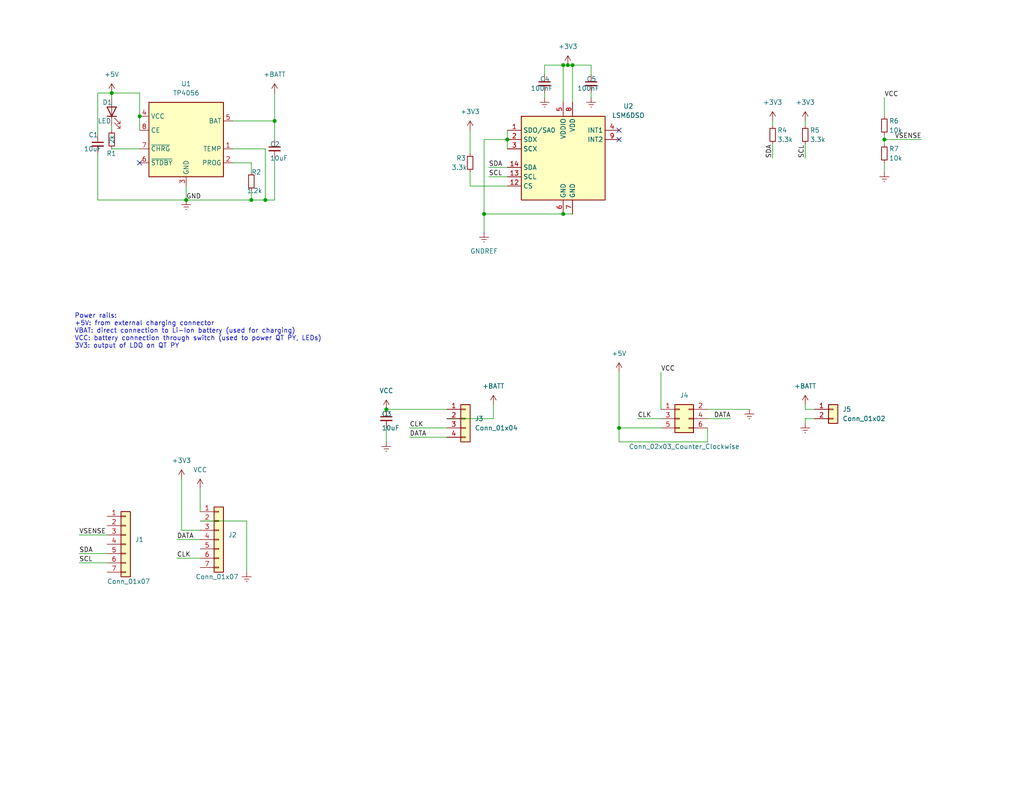
<source format=kicad_sch>
(kicad_sch (version 20211123) (generator eeschema)
  (paper "USLetter")
  (lib_symbols
    (symbol "Connector_Generic:Conn_01x02" (pin_names (offset 1.016) hide)
      (property "Reference" "J" (at 0 2.54 0))
      (property "Value" "Conn_01x02" (at 0 -5.08 0))
      (symbol "Conn_01x02_1_1"
        (rectangle (start -1.27 -2.413) (end 0 -2.667) (stroke (width 0.1524)))
        (rectangle (start -1.27 0.127) (end 0 -0.127) (stroke (width 0.1524)))
        (rectangle (start -1.27 1.27) (end 1.27 -3.81) (stroke (width 0.254)) (fill (type background)))
        (pin passive line (at -5.08 0 0) (length 3.81) (name "Pin_1") (number "1"))
        (pin passive line (at -5.08 -2.54 0) (length 3.81) (name "Pin_2") (number "2"))
      )
    )
    (symbol "Connector_Generic:Conn_01x04" (pin_names (offset 1.016) hide)
      (property "Reference" "J" (at 0 5.08 0))
      (property "Value" "Conn_01x04" (at 0 -7.62 0))
      (symbol "Conn_01x04_1_1"
        (rectangle (start -1.27 -4.953) (end 0 -5.207) (stroke (width 0.1524)))
        (rectangle (start -1.27 -2.413) (end 0 -2.667) (stroke (width 0.1524)))
        (rectangle (start -1.27 0.127) (end 0 -0.127) (stroke (width 0.1524)))
        (rectangle (start -1.27 2.667) (end 0 2.413) (stroke (width 0.1524)))
        (rectangle (start -1.27 3.81) (end 1.27 -6.35) (stroke (width 0.254)) (fill (type background)))
        (pin passive line (at -5.08 2.54 0) (length 3.81) (name "Pin_1") (number "1"))
        (pin passive line (at -5.08 0 0) (length 3.81) (name "Pin_2") (number "2"))
        (pin passive line (at -5.08 -2.54 0) (length 3.81) (name "Pin_3") (number "3"))
        (pin passive line (at -5.08 -5.08 0) (length 3.81) (name "Pin_4") (number "4"))
      )
    )
    (symbol "Connector_Generic:Conn_01x07" (pin_names (offset 1.016) hide)
      (property "Reference" "J" (at 0 10.16 0))
      (property "Value" "Conn_01x07" (at 0 -10.16 0))
      (symbol "Conn_01x07_1_1"
        (rectangle (start -1.27 -7.493) (end 0 -7.747) (stroke (width 0.1524)))
        (rectangle (start -1.27 -4.953) (end 0 -5.207) (stroke (width 0.1524)))
        (rectangle (start -1.27 -2.413) (end 0 -2.667) (stroke (width 0.1524)))
        (rectangle (start -1.27 0.127) (end 0 -0.127) (stroke (width 0.1524)))
        (rectangle (start -1.27 2.667) (end 0 2.413) (stroke (width 0.1524)))
        (rectangle (start -1.27 5.207) (end 0 4.953) (stroke (width 0.1524)))
        (rectangle (start -1.27 7.747) (end 0 7.493) (stroke (width 0.1524)))
        (rectangle (start -1.27 8.89) (end 1.27 -8.89) (stroke (width 0.254)) (fill (type background)))
        (pin passive line (at -5.08 7.62 0) (length 3.81) (name "Pin_1") (number "1"))
        (pin passive line (at -5.08 5.08 0) (length 3.81) (name "Pin_2") (number "2"))
        (pin passive line (at -5.08 2.54 0) (length 3.81) (name "Pin_3") (number "3"))
        (pin passive line (at -5.08 0 0) (length 3.81) (name "Pin_4") (number "4"))
        (pin passive line (at -5.08 -2.54 0) (length 3.81) (name "Pin_5") (number "5"))
        (pin passive line (at -5.08 -5.08 0) (length 3.81) (name "Pin_6") (number "6"))
        (pin passive line (at -5.08 -7.62 0) (length 3.81) (name "Pin_7") (number "7"))
      )
    )
    (symbol "Connector_Generic:Conn_02x03_Odd_Even" (pin_names (offset 1.016) hide)
      (property "Reference" "J" (at 1.27 5.08 0))
      (property "Value" "Conn_02x03_Odd_Even" (at 1.27 -5.08 0))
      (symbol "Conn_02x03_Odd_Even_1_1"
        (rectangle (start -1.27 -2.413) (end 0 -2.667) (stroke (width 0.1524)))
        (rectangle (start -1.27 0.127) (end 0 -0.127) (stroke (width 0.1524)))
        (rectangle (start -1.27 2.667) (end 0 2.413) (stroke (width 0.1524)))
        (rectangle (start -1.27 3.81) (end 3.81 -3.81) (stroke (width 0.254)) (fill (type background)))
        (rectangle (start 3.81 -2.413) (end 2.54 -2.667) (stroke (width 0.1524)))
        (rectangle (start 3.81 0.127) (end 2.54 -0.127) (stroke (width 0.1524)))
        (rectangle (start 3.81 2.667) (end 2.54 2.413) (stroke (width 0.1524)))
        (pin passive line (at -5.08 2.54 0) (length 3.81) (name "Pin_1") (number "1"))
        (pin passive line (at 7.62 2.54 180) (length 3.81) (name "Pin_2") (number "2"))
        (pin passive line (at -5.08 0 0) (length 3.81) (name "Pin_3") (number "3"))
        (pin passive line (at 7.62 0 180) (length 3.81) (name "Pin_4") (number "4"))
        (pin passive line (at -5.08 -2.54 0) (length 3.81) (name "Pin_5") (number "5"))
        (pin passive line (at 7.62 -2.54 180) (length 3.81) (name "Pin_6") (number "6"))
      )
    )
    (symbol "Device:C_Small" (pin_numbers hide) (pin_names (offset 0.254) hide)
      (property "Reference" "C" (at 0.254 1.778 0))
      (property "Value" "C_Small" (at 0.254 -2.032 0))
      (symbol "C_Small_0_1"
        (polyline (pts (xy -1.524 -0.508) (xy 1.524 -0.508)) (stroke (width 0.3302)))
        (polyline (pts (xy -1.524 0.508) (xy 1.524 0.508)) (stroke (width 0.3048)))
      )
      (symbol "C_Small_1_1"
        (pin passive line (at 0 2.54 270) (length 2.032) (name "~") (number "1"))
        (pin passive line (at 0 -2.54 90) (length 2.032) (name "~") (number "2"))
      )
    )
    (symbol "Device:LED" (pin_numbers hide) (pin_names (offset 1.016) hide)
      (property "Reference" "D" (at 0 2.54 0))
      (property "Value" "LED" (at 0 -2.54 0))
      (symbol "LED_0_1"
        (polyline (pts (xy -1.27 -1.27) (xy -1.27 1.27)) (stroke (width 0.254)))
        (polyline (pts (xy -1.27 0) (xy 1.27 0)))
        (polyline (pts (xy 1.27 -1.27) (xy 1.27 1.27) (xy -1.27 0) (xy 1.27 -1.27)) (stroke (width 0.254)))
        (polyline (pts (xy -3.048 -0.762) (xy -4.572 -2.286) (xy -3.81 -2.286) (xy -4.572 -2.286) (xy -4.572 -1.524)))
        (polyline (pts (xy -1.778 -0.762) (xy -3.302 -2.286) (xy -2.54 -2.286) (xy -3.302 -2.286) (xy -3.302 -1.524)))
      )
      (symbol "LED_1_1"
        (pin passive line (at -3.81 0 0) (length 2.54) (name "K") (number "1"))
        (pin passive line (at 3.81 0 180) (length 2.54) (name "A") (number "2"))
      )
    )
    (symbol "Device:R_Small" (pin_numbers hide) (pin_names (offset 0.254) hide)
      (property "Reference" "R" (at 0.762 0.508 0))
      (property "Value" "R_Small" (at 0.762 -1.016 0))
      (symbol "R_Small_0_1"
        (rectangle (start -0.762 1.778) (end 0.762 -1.778) (stroke (width 0.2032)))
      )
      (symbol "R_Small_1_1"
        (pin passive line (at 0 2.54 270) (length 0.762) (name "~") (number "1"))
        (pin passive line (at 0 -2.54 90) (length 0.762) (name "~") (number "2"))
      )
    )
    (symbol "power:+3V3" (power) (pin_names (offset 0))
      (property "Value" "+3V3" (at 0 3.556 0))
      (symbol "+3V3_0_1"
        (polyline (pts (xy -0.762 1.27) (xy 0 2.54)))
        (polyline (pts (xy 0 0) (xy 0 2.54)))
        (polyline (pts (xy 0 2.54) (xy 0.762 1.27)))
      )
      (symbol "+3V3_1_1"
        (pin power_in line (at 0 0 90) (length 0) hide (name "+3V3") (number "1"))
      )
    )
    (symbol "power:+5V" (power) (pin_names (offset 0))
      (property "Value" "+5V" (at 0 3.556 0))
      (symbol "+5V_0_1"
        (polyline (pts (xy -0.762 1.27) (xy 0 2.54)))
        (polyline (pts (xy 0 0) (xy 0 2.54)))
        (polyline (pts (xy 0 2.54) (xy 0.762 1.27)))
      )
      (symbol "+5V_1_1"
        (pin power_in line (at 0 0 90) (length 0) hide (name "+5V") (number "1"))
      )
    )
    (symbol "power:+BATT" (power) (pin_names (offset 0))
      (property "Value" "+BATT" (at 0 3.556 0))
      (symbol "+BATT_0_1"
        (polyline (pts (xy -0.762 1.27) (xy 0 2.54)))
        (polyline (pts (xy 0 0) (xy 0 2.54)))
        (polyline (pts (xy 0 2.54) (xy 0.762 1.27)))
      )
      (symbol "+BATT_1_1"
        (pin power_in line (at 0 0 90) (length 0) hide (name "+BATT") (number "1"))
      )
    )
    (symbol "power:GNDREF" (power) (pin_names (offset 0))
      (property "Value" "GNDREF" (at 0 -3.81 0))
      (symbol "GNDREF_0_1"
        (polyline (pts (xy -0.635 -1.905) (xy 0.635 -1.905)))
        (polyline (pts (xy -0.127 -2.54) (xy 0.127 -2.54)))
        (polyline (pts (xy 0 -1.27) (xy 0 0)))
        (polyline (pts (xy 1.27 -1.27) (xy -1.27 -1.27)))
      )
      (symbol "GNDREF_1_1"
        (pin power_in line (at 0 0 270) (length 0) hide (name "GNDREF") (number "1"))
      )
    )
    (symbol "power:VCC" (power) (pin_names (offset 0))
      (property "Value" "VCC" (at 0 3.81 0))
      (symbol "VCC_0_1"
        (polyline (pts (xy -0.762 1.27) (xy 0 2.54)))
        (polyline (pts (xy 0 0) (xy 0 2.54)))
        (polyline (pts (xy 0 2.54) (xy 0.762 1.27)))
      )
      (symbol "VCC_1_1"
        (pin power_in line (at 0 0 90) (length 0) hide (name "VCC") (number "1"))
      )
    )
    (symbol "shurik-personal:LSM6DSL"
      (property "Reference" "U" (at -11.43 15.24 0))
      (property "Value" "LSM6DSL" (at -11.43 12.7 0))
      (symbol "LSM6DSL_0_1"
        (rectangle (start 11.43 11.43) (end -11.43 -11.43) (stroke (width 0.254)) (fill (type background)))
      )
      (symbol "LSM6DSL_1_1"
        (pin bidirectional line (at -15.24 7.62 0) (length 3.81) (name "SDO/SA0") (number "1"))
        (pin no_connect line (at 10.16 -5.08 180) (length 3.81) hide (name "NC") (number "10"))
        (pin no_connect line (at 10.16 -2.54 180) (length 3.81) hide (name "NC") (number "11"))
        (pin input line (at -15.24 -7.62 0) (length 3.81) (name "CS") (number "12"))
        (pin input line (at -15.24 -5.08 0) (length 3.81) (name "SCL") (number "13"))
        (pin bidirectional line (at -15.24 -2.54 0) (length 3.81) (name "SDA") (number "14"))
        (pin bidirectional line (at -15.24 5.08 0) (length 3.81) (name "SDX") (number "2"))
        (pin input line (at -15.24 2.54 0) (length 3.81) (name "SCX") (number "3"))
        (pin output line (at 15.24 7.62 180) (length 3.81) (name "INT1") (number "4"))
        (pin power_in line (at 0 15.24 270) (length 3.81) (name "VDDIO") (number "5"))
        (pin power_in line (at 0 -15.24 90) (length 3.81) (name "GND") (number "6"))
        (pin power_in line (at 2.54 -15.24 90) (length 3.81) (name "GND") (number "7"))
        (pin power_in line (at 2.54 15.24 270) (length 3.81) (name "VDD") (number "8"))
        (pin output line (at 15.24 5.08 180) (length 3.81) (name "INT2") (number "9"))
      )
    )
    (symbol "shurik-personal:TP4056"
      (property "Reference" "U1" (at 0 15.24 0))
      (property "Value" "TP4056" (at 0 12.7 0))
      (symbol "TP4056_0_1"
        (rectangle (start -10.16 10.16) (end 10.16 -10.16) (stroke (width 0.254)) (fill (type background)))
      )
      (symbol "TP4056_1_1"
        (pin passive line (at 12.7 -2.54 180) (length 2.54) (name "TEMP") (number "1"))
        (pin passive line (at 12.7 -6.35 180) (length 2.54) (name "PROG") (number "2"))
        (pin power_in line (at 0 -12.7 90) (length 2.54) (name "GND") (number "3"))
        (pin power_in line (at -12.7 6.35 0) (length 2.54) (name "VCC") (number "4"))
        (pin power_out line (at 12.7 5.08 180) (length 2.54) (name "BAT") (number "5"))
        (pin passive line (at -12.7 -6.35 0) (length 2.54) (name "~{STDBY}") (number "6"))
        (pin passive line (at -12.7 -2.54 0) (length 2.54) (name "~{CHRG}") (number "7"))
        (pin passive line (at -12.7 2.54 0) (length 2.54) (name "CE") (number "8"))
        (pin power_in line (at 0 -12.7 90) (length 2.54) hide (name "EP") (number "9"))
      )
    )
  )
  (junction (at 38.1 31.75))
  (junction (at 74.93 33.02))
  (junction (at 153.67 58.42))
  (junction (at 132.08 58.42))
  (junction (at 241.3 38.1))
  (junction (at 68.58 54.61))
  (junction (at 50.8 54.61))
  (junction (at 156.21 17.78))
  (junction (at 30.48 25.4))
  (junction (at 153.67 17.78))
  (junction (at 105.41 111.76))
  (junction (at 72.39 54.61))
  (junction (at 154.94 17.78))
  (junction (at 138.43 38.1))
  (junction (at 168.91 116.84))
  (no_connect (at 38.1 44.45))
  (no_connect (at 168.91 35.56))
  (no_connect (at 168.91 38.1))
  (wire (pts (xy 72.39 40.64) (xy 72.39 54.61)))
  (wire (pts (xy 219.71 114.3) (xy 219.71 115.57)))
  (wire (pts (xy 48.26 147.32) (xy 54.61 147.32)))
  (wire (pts (xy 241.3 26.67) (xy 241.3 31.75)))
  (wire (pts (xy 210.82 33.02) (xy 210.82 34.29)))
  (wire (pts (xy 132.08 38.1) (xy 132.08 58.42)))
  (wire (pts (xy 74.93 25.4) (xy 74.93 33.02)))
  (wire (pts (xy 38.1 25.4) (xy 38.1 31.75)))
  (wire (pts (xy 26.67 25.4) (xy 30.48 25.4)))
  (wire (pts (xy 222.25 111.76) (xy 219.71 111.76)))
  (wire (pts (xy 21.59 153.67) (xy 29.21 153.67)))
  (wire (pts (xy 148.59 25.4) (xy 148.59 26.67)))
  (wire (pts (xy 38.1 31.75) (xy 38.1 35.56)))
  (wire (pts (xy 111.76 119.38) (xy 121.92 119.38)))
  (wire (pts (xy 30.48 25.4) (xy 38.1 25.4)))
  (wire (pts (xy 133.35 48.26) (xy 138.43 48.26)))
  (wire (pts (xy 210.82 39.37) (xy 210.82 43.18)))
  (wire (pts (xy 168.91 116.84) (xy 168.91 120.65)))
  (wire (pts (xy 222.25 114.3) (xy 219.71 114.3)))
  (wire (pts (xy 241.3 38.1) (xy 251.46 38.1)))
  (wire (pts (xy 153.67 17.78) (xy 154.94 17.78)))
  (wire (pts (xy 63.5 33.02) (xy 74.93 33.02)))
  (wire (pts (xy 193.04 111.76) (xy 204.47 111.76)))
  (wire (pts (xy 128.27 35.56) (xy 128.27 41.91)))
  (wire (pts (xy 132.08 58.42) (xy 153.67 58.42)))
  (wire (pts (xy 68.58 52.07) (xy 68.58 54.61)))
  (wire (pts (xy 153.67 27.94) (xy 153.67 17.78)))
  (wire (pts (xy 54.61 133.35) (xy 54.61 139.7)))
  (wire (pts (xy 156.21 17.78) (xy 161.29 17.78)))
  (wire (pts (xy 68.58 44.45) (xy 68.58 46.99)))
  (wire (pts (xy 241.3 44.45) (xy 241.3 46.99)))
  (wire (pts (xy 180.34 111.76) (xy 180.34 101.6)))
  (wire (pts (xy 133.35 45.72) (xy 138.43 45.72)))
  (wire (pts (xy 63.5 40.64) (xy 72.39 40.64)))
  (wire (pts (xy 161.29 17.78) (xy 161.29 20.32)))
  (wire (pts (xy 30.48 40.64) (xy 38.1 40.64)))
  (wire (pts (xy 26.67 25.4) (xy 26.67 36.83)))
  (wire (pts (xy 21.59 151.13) (xy 29.21 151.13)))
  (wire (pts (xy 193.04 120.65) (xy 168.91 120.65)))
  (wire (pts (xy 161.29 25.4) (xy 161.29 26.67)))
  (wire (pts (xy 219.71 39.37) (xy 219.71 43.18)))
  (wire (pts (xy 49.53 130.81) (xy 49.53 144.78)))
  (wire (pts (xy 26.67 41.91) (xy 26.67 54.61)))
  (wire (pts (xy 138.43 38.1) (xy 138.43 40.64)))
  (wire (pts (xy 173.99 114.3) (xy 180.34 114.3)))
  (wire (pts (xy 148.59 17.78) (xy 148.59 20.32)))
  (wire (pts (xy 72.39 54.61) (xy 68.58 54.61)))
  (wire (pts (xy 241.3 38.1) (xy 241.3 39.37)))
  (wire (pts (xy 74.93 54.61) (xy 72.39 54.61)))
  (wire (pts (xy 193.04 116.84) (xy 193.04 120.65)))
  (wire (pts (xy 121.92 114.3) (xy 134.62 114.3)))
  (wire (pts (xy 138.43 38.1) (xy 132.08 38.1)))
  (wire (pts (xy 153.67 58.42) (xy 156.21 58.42)))
  (wire (pts (xy 30.48 25.4) (xy 30.48 26.67)))
  (wire (pts (xy 29.21 146.05) (xy 21.59 146.05)))
  (wire (pts (xy 219.71 33.02) (xy 219.71 34.29)))
  (wire (pts (xy 50.8 50.8) (xy 50.8 54.61)))
  (wire (pts (xy 138.43 50.8) (xy 128.27 50.8)))
  (wire (pts (xy 74.93 33.02) (xy 74.93 38.1)))
  (wire (pts (xy 105.41 116.84) (xy 105.41 120.65)))
  (wire (pts (xy 111.76 116.84) (xy 121.92 116.84)))
  (wire (pts (xy 153.67 17.78) (xy 148.59 17.78)))
  (wire (pts (xy 67.31 142.24) (xy 67.31 156.21)))
  (wire (pts (xy 48.26 152.4) (xy 54.61 152.4)))
  (wire (pts (xy 63.5 44.45) (xy 68.58 44.45)))
  (wire (pts (xy 30.48 34.29) (xy 30.48 35.56)))
  (wire (pts (xy 168.91 101.6) (xy 168.91 116.84)))
  (wire (pts (xy 193.04 114.3) (xy 199.39 114.3)))
  (wire (pts (xy 132.08 58.42) (xy 132.08 63.5)))
  (wire (pts (xy 74.93 43.18) (xy 74.93 54.61)))
  (wire (pts (xy 128.27 46.99) (xy 128.27 50.8)))
  (wire (pts (xy 26.67 54.61) (xy 50.8 54.61)))
  (wire (pts (xy 241.3 36.83) (xy 241.3 38.1)))
  (wire (pts (xy 154.94 17.78) (xy 156.21 17.78)))
  (wire (pts (xy 134.62 110.49) (xy 134.62 114.3)))
  (wire (pts (xy 168.91 116.84) (xy 180.34 116.84)))
  (wire (pts (xy 50.8 54.61) (xy 68.58 54.61)))
  (wire (pts (xy 219.71 110.49) (xy 219.71 111.76)))
  (wire (pts (xy 105.41 111.76) (xy 121.92 111.76)))
  (wire (pts (xy 138.43 35.56) (xy 138.43 38.1)))
  (wire (pts (xy 54.61 144.78) (xy 49.53 144.78)))
  (wire (pts (xy 156.21 27.94) (xy 156.21 17.78)))
  (wire (pts (xy 54.61 142.24) (xy 67.31 142.24)))
  (text "Power rails:\n+5V: from external charging connector\nVBAT: direct connection to Li-Ion battery (used for charging)\nVCC: battery connection through switch (used to power QT PY, LEDs)\n3V3: output of LDO on QT PY" (at 20.32 95.25 0) (effects (font (size 1.27 1.27)) (justify left bottom)))
  (label "VSENSE" (at 251.46 38.1 180))
  (label "VCC" (at 241.3 26.67 0))
  (label "DATA" (at 111.76 119.38 0))
  (label "SDA" (at 133.35 45.72 0))
  (label "SCL" (at 133.35 48.26 0))
  (label "CLK" (at 48.26 152.4 0))
  (label "DATA" (at 48.26 147.32 0))
  (label "VSENSE" (at 21.59 146.05 0))
  (label "CLK" (at 111.76 116.84 0))
  (label "SCL" (at 21.59 153.67 0))
  (label "SDA" (at 21.59 151.13 0))
  (label "GND" (at 50.8 54.61 0))
  (label "CLK" (at 173.99 114.3 0))
  (label "VCC" (at 180.34 101.6 0))
  (label "SCL" (at 219.71 43.18 90))
  (label "DATA" (at 199.39 114.3 180))
  (label "SDA" (at 210.82 43.18 90))
  (symbol (lib_id "power:+3V3") (at 154.94 17.78 0) (unit 1)
    (property "Reference" "#PWR013" (effects hide))
    (property "Value" "+3V3" (at 154.94 12.7 0))
  )
  (symbol (lib_id "power:+BATT") (at 74.93 25.4 0) (unit 1)
    (property "Reference" "#PWR06" (effects hide))
    (property "Value" "+BATT" (at 74.93 20.32 0))
  )
  (symbol (lib_id "Device:LED") (at 30.48 30.48 90) (unit 1)
    (property "Reference" "D1" (at 27.94 27.94 90) (effects (justify right)))
    (property "Value" "LED" (at 26.67 33.02 90) (effects (justify right)))
    (property "Footprint" "LED_SMD:LED_0603_1608Metric" (effects hide))
    (property "LCSC" "C72038" (effects hide))
  )
  (symbol (lib_id "Device:R_Small") (at 241.3 34.29 0) (unit 1)
    (property "Reference" "R6" (at 242.57 33.02 0) (effects (justify left)))
    (property "Value" "10k" (at 242.57 35.56 0) (effects (justify left)))
    (property "Footprint" "Resistor_SMD:R_0603_1608Metric" (effects hide))
    (property "LCSC" "C25804" (effects hide))
  )
  (symbol (lib_id "Connector_Generic:Conn_01x07") (at 34.29 148.59 0) (unit 1)
    (property "Reference" "J1" (at 36.83 147.3199 0) (effects (justify left)))
    (property "Value" "Conn_01x07" (at 29.21 158.75 0) (effects (justify left)))
    (property "Footprint" "Connector_PinSocket_2.54mm:PinSocket_1x07_P2.54mm_Vertical" (effects hide))
  )
  (symbol (lib_id "power:+3V3") (at 49.53 130.81 0) (unit 1)
    (property "Reference" "#PWR02" (effects hide))
    (property "Value" "+3V3" (at 49.53 125.73 0))
  )
  (symbol (lib_id "Device:C_Small") (at 26.67 39.37 0) (unit 1)
    (property "Reference" "C1" (at 24.13 36.83 0) (effects (justify left)))
    (property "Value" "10uF" (at 22.86 40.64 0) (effects (justify left)))
    (property "Footprint" "Capacitor_SMD:C_0805_2012Metric" (effects hide))
    (property "LCSC" "C15850" (effects hide))
  )
  (symbol (lib_id "Connector_Generic:Conn_01x02") (at 227.33 111.76 0) (unit 1)
    (property "Reference" "J5" (at 229.87 111.7599 0) (effects (justify left)))
    (property "Value" "Conn_01x02" (at 229.87 114.2999 0) (effects (justify left)))
    (property "Footprint" "Connector_JST:JST_XH_B2B-XH-A_1x02_P2.50mm_Vertical" (effects hide))
  )
  (symbol (lib_id "power:VCC") (at 54.61 133.35 0) (unit 1)
    (property "Reference" "#PWR04" (effects hide))
    (property "Value" "VCC" (at 54.61 128.27 0))
  )
  (symbol (lib_id "power:+5V") (at 30.48 25.4 0) (unit 1)
    (property "Reference" "#PWR01" (effects hide))
    (property "Value" "+5V" (at 30.48 20.32 0))
  )
  (symbol (lib_id "power:GNDREF") (at 204.47 111.76 0) (unit 1)
    (property "Reference" "#PWR016" (effects hide))
    (property "Value" "GNDREF" (effects hide))
  )
  (symbol (lib_id "Device:C_Small") (at 105.41 114.3 0) (unit 1)
    (property "Reference" "C3" (at 104.14 113.03 0) (effects (justify left)))
    (property "Value" "10uF" (at 104.14 116.84 0) (effects (justify left)))
    (property "Footprint" "Capacitor_SMD:C_0805_2012Metric" (effects hide))
    (property "LCSC" "C15850" (effects hide))
  )
  (symbol (lib_id "power:GNDREF") (at 219.71 115.57 0) (unit 1)
    (property "Reference" "#PWR020" (effects hide))
    (property "Value" "GNDREF" (effects hide))
  )
  (symbol (lib_id "power:GNDREF") (at 132.08 63.5 0) (unit 1)
    (property "Reference" "#PWR010" (effects hide))
    (property "Value" "GNDREF" (at 132.08 68.58 0))
  )
  (symbol (lib_id "power:+BATT") (at 134.62 110.49 0) (unit 1)
    (property "Reference" "#PWR011" (effects hide))
    (property "Value" "+BATT" (at 134.62 105.41 0))
  )
  (symbol (lib_id "Device:C_Small") (at 74.93 40.64 0) (unit 1)
    (property "Reference" "C2" (at 73.66 39.37 0) (effects (justify left)))
    (property "Value" "10uF" (at 73.66 43.18 0) (effects (justify left)))
    (property "Footprint" "Capacitor_SMD:C_0805_2012Metric" (effects hide))
    (property "LCSC" "C15850" (effects hide))
  )
  (symbol (lib_id "Device:C_Small") (at 148.59 22.86 0) (unit 1)
    (property "Reference" "C4" (at 147.32 21.59 0) (effects (justify left)))
    (property "Value" "100nF" (at 144.78 24.13 0) (effects (justify left)))
    (property "Footprint" "Capacitor_SMD:C_0603_1608Metric" (effects hide))
    (property "LCSC" "C14663" (effects hide))
  )
  (symbol (lib_id "power:GNDREF") (at 148.59 26.67 0) (unit 1)
    (property "Reference" "#PWR012" (effects hide))
    (property "Value" "GNDREF" (effects hide))
  )
  (symbol (lib_id "shurik-personal:LSM6DSL") (at 153.67 43.18 0) (unit 1)
    (property "Reference" "U2" (at 171.45 28.9812 0))
    (property "Value" "LSM6DSO" (at 171.45 31.5212 0))
    (property "Footprint" "Package_LGA:Bosch_LGA-14_3x2.5mm_P0.5mm" (effects hide))
    (property "Datasheet" "https://www.st.com/resource/en/datasheet/lsm6dsl.pdf" (effects hide))
  )
  (symbol (lib_id "Connector_Generic:Conn_01x04") (at 127 114.3 0) (unit 1)
    (property "Reference" "J3" (at 129.54 114.2999 0) (effects (justify left)))
    (property "Value" "Conn_01x04" (at 129.54 116.8399 0) (effects (justify left)))
    (property "Footprint" "shurik-personal:connector-4p-large-nosilk" (effects hide))
  )
  (symbol (lib_id "power:+3V3") (at 210.82 33.02 0) (unit 1)
    (property "Reference" "#PWR017" (effects hide))
    (property "Value" "+3V3" (at 210.82 27.94 0))
  )
  (symbol (lib_id "Device:R_Small") (at 241.3 41.91 0) (unit 1)
    (property "Reference" "R7" (at 242.57 40.64 0) (effects (justify left)))
    (property "Value" "10k" (at 242.57 43.18 0) (effects (justify left)))
    (property "Footprint" "Resistor_SMD:R_0603_1608Metric" (effects hide))
    (property "LCSC" "C25804" (effects hide))
  )
  (symbol (lib_id "power:GNDREF") (at 67.31 156.21 0) (unit 1)
    (property "Reference" "#PWR05" (effects hide))
    (property "Value" "GNDREF" (effects hide))
  )
  (symbol (lib_id "Device:R_Small") (at 210.82 36.83 0) (unit 1)
    (property "Reference" "R4" (at 212.09 35.56 0) (effects (justify left)))
    (property "Value" "3.3k" (at 212.09 38.1 0) (effects (justify left)))
    (property "Footprint" "Resistor_SMD:R_0603_1608Metric" (effects hide))
    (property "LCSC" "C22978" (effects hide))
  )
  (symbol (lib_id "power:GNDREF") (at 161.29 26.67 0) (unit 1)
    (property "Reference" "#PWR014" (effects hide))
    (property "Value" "GNDREF" (effects hide))
  )
  (symbol (lib_id "power:GNDREF") (at 105.41 120.65 0) (unit 1)
    (property "Reference" "#PWR08" (effects hide))
    (property "Value" "GNDREF" (effects hide))
  )
  (symbol (lib_id "Device:R_Small") (at 219.71 36.83 0) (unit 1)
    (property "Reference" "R5" (at 220.98 35.56 0) (effects (justify left)))
    (property "Value" "3.3k" (at 220.98 38.1 0) (effects (justify left)))
    (property "Footprint" "Resistor_SMD:R_0603_1608Metric" (effects hide))
    (property "LCSC" "C22978" (effects hide))
  )
  (symbol (lib_id "power:GNDREF") (at 241.3 46.99 0) (unit 1)
    (property "Reference" "#PWR021" (effects hide))
    (property "Value" "GNDREF" (effects hide))
  )
  (symbol (lib_id "power:VCC") (at 105.41 111.76 0) (unit 1)
    (property "Reference" "#PWR07" (effects hide))
    (property "Value" "VCC" (at 105.41 106.68 0))
  )
  (symbol (lib_id "Device:R_Small") (at 30.48 38.1 180) (unit 1)
    (property "Reference" "R1" (at 31.75 41.91 0) (effects (justify left)))
    (property "Value" "2k" (at 30.48 36.83 90) (effects (justify left)))
    (property "Footprint" "Resistor_SMD:R_0603_1608Metric" (effects hide))
    (property "LCSC" "C22975" (effects hide))
  )
  (symbol (lib_id "Connector_Generic:Conn_01x07") (at 59.69 147.32 0) (unit 1)
    (property "Reference" "J2" (at 62.23 146.0499 0) (effects (justify left)))
    (property "Value" "Conn_01x07" (at 53.34 157.48 0) (effects (justify left)))
    (property "Footprint" "Connector_PinSocket_2.54mm:PinSocket_1x07_P2.54mm_Vertical" (effects hide))
  )
  (symbol (lib_id "power:+BATT") (at 219.71 110.49 0) (unit 1)
    (property "Reference" "#PWR019" (effects hide))
    (property "Value" "+BATT" (at 219.71 105.41 0))
  )
  (symbol (lib_id "power:GNDREF") (at 50.8 54.61 0) (unit 1)
    (property "Reference" "#PWR03" (effects hide))
    (property "Value" "GNDREF" (effects hide))
  )
  (symbol (lib_id "Device:R_Small") (at 128.27 44.45 0) (unit 1)
    (property "Reference" "R3" (at 124.46 43.18 0) (effects (justify left)))
    (property "Value" "3.3k" (at 123.19 45.72 0) (effects (justify left)))
    (property "Footprint" "Resistor_SMD:R_0603_1608Metric" (effects hide))
    (property "LCSC" "C22978" (effects hide))
  )
  (symbol (lib_id "power:+5V") (at 168.91 101.6 0) (unit 1)
    (property "Reference" "#PWR015" (effects hide))
    (property "Value" "+5V" (at 168.91 96.52 0))
  )
  (symbol (lib_id "shurik-personal:TP4056") (at 50.8 38.1 0) (unit 1)
    (property "Reference" "U1" (at 50.8 22.86 0))
    (property "Value" "TP4056" (at 50.8 25.4 0))
    (property "Footprint" "Package_SO:HSOP-8-1EP_3.9x4.9mm_P1.27mm_EP2.41x3.1mm_ThermalVias" (effects hide))
    (property "Datasheet" "http://www.tp4056.com/d/tp4056.pdf" (effects hide))
    (property "LCSC" "C16581" (effects hide))
  )
  (symbol (lib_id "Connector_Generic:Conn_02x03_Odd_Even") (at 185.42 114.3 0) (unit 1)
    (property "Reference" "J4" (at 186.69 107.95 0))
    (property "Value" "Conn_02x03_Counter_Clockwise" (at 186.69 121.92 0))
    (property "Footprint" "Connector_PinSocket_2.54mm:PinSocket_2x03_P2.54mm_Horizontal" (effects hide))
  )
  (symbol (lib_id "power:+3V3") (at 219.71 33.02 0) (unit 1)
    (property "Reference" "#PWR018" (effects hide))
    (property "Value" "+3V3" (at 219.71 27.94 0))
  )
  (symbol (lib_id "Device:C_Small") (at 161.29 22.86 0) (unit 1)
    (property "Reference" "C5" (at 160.02 21.59 0) (effects (justify left)))
    (property "Value" "100nF" (at 157.48 24.13 0) (effects (justify left)))
    (property "Footprint" "Capacitor_SMD:C_0603_1608Metric" (effects hide))
    (property "LCSC" "C14663" (effects hide))
  )
  (symbol (lib_id "Device:R_Small") (at 68.58 49.53 0) (unit 1)
    (property "Reference" "R2" (at 68.58 46.99 0) (effects (justify left)))
    (property "Value" "1.2k" (at 67.31 52.07 0) (effects (justify left)))
    (property "Footprint" "Resistor_SMD:R_0603_1608Metric" (effects hide))
    (property "LCSC" "C22765" (effects hide))
  )
  (symbol (lib_id "power:+3V3") (at 128.27 35.56 0) (unit 1)
    (property "Reference" "#PWR09" (effects hide))
    (property "Value" "+3V3" (at 128.27 30.48 0))
  )
)
</source>
